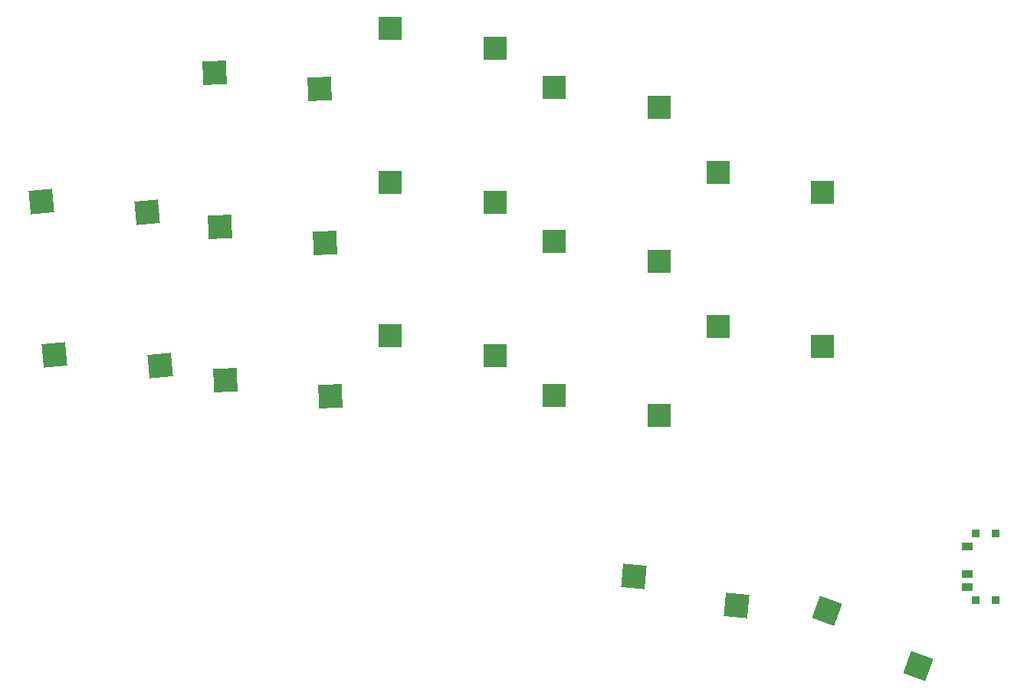
<source format=gbp>
%TF.GenerationSoftware,KiCad,Pcbnew,(6.0.4)*%
%TF.CreationDate,2022-06-21T01:29:20+02:00*%
%TF.ProjectId,battoota,62617474-6f6f-4746-912e-6b696361645f,v1.0.0*%
%TF.SameCoordinates,Original*%
%TF.FileFunction,Paste,Bot*%
%TF.FilePolarity,Positive*%
%FSLAX46Y46*%
G04 Gerber Fmt 4.6, Leading zero omitted, Abs format (unit mm)*
G04 Created by KiCad (PCBNEW (6.0.4)) date 2022-06-21 01:29:20*
%MOMM*%
%LPD*%
G01*
G04 APERTURE LIST*
G04 Aperture macros list*
%AMRotRect*
0 Rectangle, with rotation*
0 The origin of the aperture is its center*
0 $1 length*
0 $2 width*
0 $3 Rotation angle, in degrees counterclockwise*
0 Add horizontal line*
21,1,$1,$2,0,0,$3*%
G04 Aperture macros list end*
%ADD10RotRect,2.600000X2.600000X2.000000*%
%ADD11R,2.600000X2.600000*%
%ADD12RotRect,2.600000X2.600000X340.000000*%
%ADD13R,0.900000X0.900000*%
%ADD14R,1.250000X0.900000*%
%ADD15RotRect,2.600000X2.600000X5.000000*%
%ADD16RotRect,2.600000X2.600000X355.000000*%
G04 APERTURE END LIST*
D10*
%TO.C,S11*%
X73789267Y114290527D03*
X85409011Y112494955D03*
%TD*%
D11*
%TO.C,S15*%
X93220816Y102196989D03*
X104770817Y99996988D03*
%TD*%
%TO.C,S21*%
X111336086Y95636017D03*
X122886087Y93436016D03*
%TD*%
%TO.C,S29*%
X129443279Y103228852D03*
X140993280Y101028851D03*
%TD*%
D12*
%TO.C,S33*%
X141456879Y54800018D03*
X151557885Y48782361D03*
%TD*%
D10*
%TO.C,S7*%
X74975851Y80311239D03*
X86595595Y78515667D03*
%TD*%
D13*
%TO.C,T2*%
X160104000Y55990000D03*
X160104000Y63390000D03*
X157904000Y55990000D03*
X157904000Y63390000D03*
D14*
X156929000Y61940000D03*
X156929000Y58940000D03*
X156929000Y57440000D03*
%TD*%
D15*
%TO.C,S5*%
X54638817Y100085278D03*
X66336609Y98900298D03*
%TD*%
D11*
%TO.C,S27*%
X129443279Y86228852D03*
X140993280Y84028851D03*
%TD*%
D10*
%TO.C,S9*%
X74382559Y97300883D03*
X86002303Y95505311D03*
%TD*%
D11*
%TO.C,S13*%
X93220816Y85196989D03*
X104770817Y82996988D03*
%TD*%
%TO.C,S17*%
X93220817Y119196989D03*
X104770818Y116996988D03*
%TD*%
D16*
%TO.C,S31*%
X120166058Y58644376D03*
X131480365Y55446097D03*
%TD*%
D15*
%TO.C,S3*%
X56120464Y83149966D03*
X67818256Y81964986D03*
%TD*%
D11*
%TO.C,S23*%
X111336086Y112636017D03*
X122886087Y110436016D03*
%TD*%
%TO.C,S19*%
X111336086Y78636017D03*
X122886087Y76436016D03*
%TD*%
M02*

</source>
